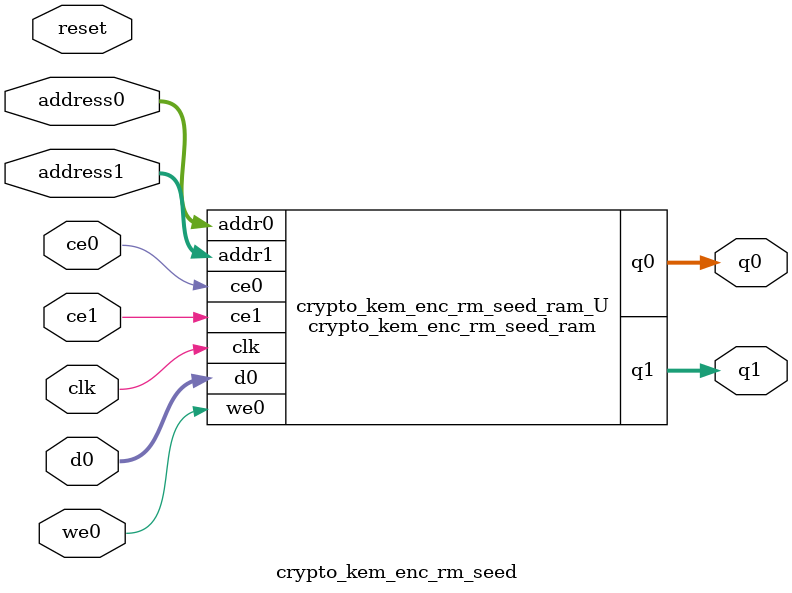
<source format=v>
`timescale 1 ns / 1 ps
module crypto_kem_enc_rm_seed_ram (addr0, ce0, d0, we0, q0, addr1, ce1, q1,  clk);

parameter DWIDTH = 8;
parameter AWIDTH = 12;
parameter MEM_SIZE = 3895;

input[AWIDTH-1:0] addr0;
input ce0;
input[DWIDTH-1:0] d0;
input we0;
output reg[DWIDTH-1:0] q0;
input[AWIDTH-1:0] addr1;
input ce1;
output reg[DWIDTH-1:0] q1;
input clk;

(* ram_style = "block" *)reg [DWIDTH-1:0] ram[0:MEM_SIZE-1];




always @(posedge clk)  
begin 
    if (ce0) 
    begin
        if (we0) 
        begin 
            ram[addr0] <= d0; 
        end 
        q0 <= ram[addr0];
    end
end


always @(posedge clk)  
begin 
    if (ce1) 
    begin
        q1 <= ram[addr1];
    end
end


endmodule

`timescale 1 ns / 1 ps
module crypto_kem_enc_rm_seed(
    reset,
    clk,
    address0,
    ce0,
    we0,
    d0,
    q0,
    address1,
    ce1,
    q1);

parameter DataWidth = 32'd8;
parameter AddressRange = 32'd3895;
parameter AddressWidth = 32'd12;
input reset;
input clk;
input[AddressWidth - 1:0] address0;
input ce0;
input we0;
input[DataWidth - 1:0] d0;
output[DataWidth - 1:0] q0;
input[AddressWidth - 1:0] address1;
input ce1;
output[DataWidth - 1:0] q1;



crypto_kem_enc_rm_seed_ram crypto_kem_enc_rm_seed_ram_U(
    .clk( clk ),
    .addr0( address0 ),
    .ce0( ce0 ),
    .we0( we0 ),
    .d0( d0 ),
    .q0( q0 ),
    .addr1( address1 ),
    .ce1( ce1 ),
    .q1( q1 ));

endmodule


</source>
